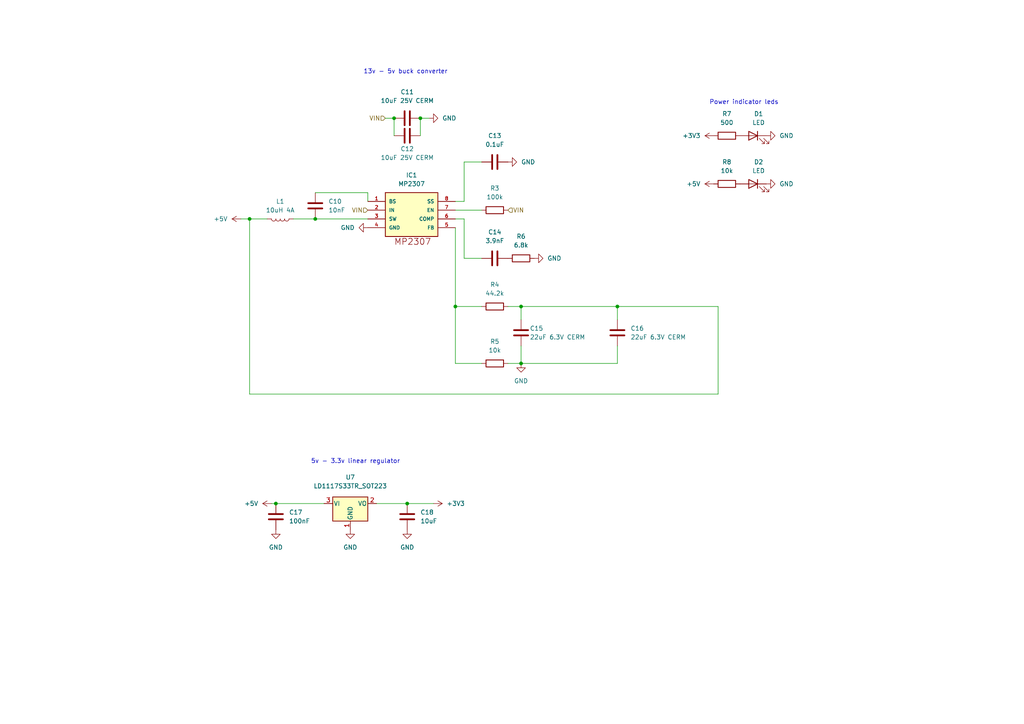
<source format=kicad_sch>
(kicad_sch (version 20211123) (generator eeschema)
  (paper "A4")
  (lib_symbols
    (symbol "Device:C" (pin_numbers hide) (pin_names (offset 0.254))
      (property "Reference" "C" (at 0.635 2.54 0))
      (property "Value" "C" (at 0.635 -2.54 0))
      (symbol "C_0_1"
        (polyline (pts (xy -2.032 -0.762) (xy 2.032 -0.762)) (stroke (width 0.508)))
        (polyline (pts (xy -2.032 0.762) (xy 2.032 0.762)) (stroke (width 0.508)))
      )
      (symbol "C_1_1"
        (pin passive line (at 0 3.81 270) (length 2.794) (name "~") (number "1"))
        (pin passive line (at 0 -3.81 90) (length 2.794) (name "~") (number "2"))
      )
    )
    (symbol "Device:L" (pin_numbers hide) (pin_names (offset 1.016) hide)
      (property "Reference" "L" (at -1.27 0 90))
      (property "Value" "L" (at 1.905 0 90))
      (symbol "L_0_1"
        (arc (start 0 -2.54) (mid 0.635 -1.905) (end 0 -1.27))
        (arc (start 0 -1.27) (mid 0.635 -0.635) (end 0 0))
        (arc (start 0 0) (mid 0.635 0.635) (end 0 1.27))
        (arc (start 0 1.27) (mid 0.635 1.905) (end 0 2.54))
      )
      (symbol "L_1_1"
        (pin passive line (at 0 3.81 270) (length 1.27) (name "1") (number "1"))
        (pin passive line (at 0 -3.81 90) (length 1.27) (name "2") (number "2"))
      )
    )
    (symbol "Device:LED" (pin_numbers hide) (pin_names (offset 1.016) hide)
      (property "Reference" "D" (at 0 2.54 0))
      (property "Value" "LED" (at 0 -2.54 0))
      (symbol "LED_0_1"
        (polyline (pts (xy -1.27 -1.27) (xy -1.27 1.27)) (stroke (width 0.254)))
        (polyline (pts (xy -1.27 0) (xy 1.27 0)))
        (polyline (pts (xy 1.27 -1.27) (xy 1.27 1.27) (xy -1.27 0) (xy 1.27 -1.27)) (stroke (width 0.254)))
        (polyline (pts (xy -3.048 -0.762) (xy -4.572 -2.286) (xy -3.81 -2.286) (xy -4.572 -2.286) (xy -4.572 -1.524)))
        (polyline (pts (xy -1.778 -0.762) (xy -3.302 -2.286) (xy -2.54 -2.286) (xy -3.302 -2.286) (xy -3.302 -1.524)))
      )
      (symbol "LED_1_1"
        (pin passive line (at -3.81 0 0) (length 2.54) (name "K") (number "1"))
        (pin passive line (at 3.81 0 180) (length 2.54) (name "A") (number "2"))
      )
    )
    (symbol "Device:R" (pin_numbers hide) (pin_names (offset 0))
      (property "Reference" "R" (at 2.032 0 90))
      (property "Value" "R" (at 0 0 90))
      (symbol "R_0_1"
        (rectangle (start -1.016 -2.54) (end 1.016 2.54) (stroke (width 0.254)))
      )
      (symbol "R_1_1"
        (pin passive line (at 0 3.81 270) (length 1.27) (name "~") (number "1"))
        (pin passive line (at 0 -3.81 90) (length 1.27) (name "~") (number "2"))
      )
    )
    (symbol "MP2307:MP2307" (pin_names (offset 1.016))
      (property "Reference" "IC" (at 0 0 0))
      (property "Value" "MP2307" (at -5.08 7.62 0))
      (symbol "MP2307_0_0"
        (rectangle (start -7.62 -5.08) (end 7.62 7.62) (stroke (width 0.254)) (fill (type background)))
        (text "MP2307" (at -5.08 -7.62 0) (effects (font (size 1.778 1.778)) (justify left bottom)))
        (pin bidirectional line (at -12.7 5.08 0) (length 5.08) (name "BS") (number "1"))
        (pin bidirectional line (at -12.7 2.54 0) (length 5.08) (name "IN") (number "2"))
        (pin bidirectional line (at -12.7 0 0) (length 5.08) (name "SW") (number "3"))
        (pin bidirectional line (at -12.7 -2.54 0) (length 5.08) (name "GND") (number "4"))
        (pin bidirectional line (at 12.7 -2.54 180) (length 5.08) (name "FB") (number "5"))
        (pin bidirectional line (at 12.7 0 180) (length 5.08) (name "COMP") (number "6"))
        (pin bidirectional line (at 12.7 2.54 180) (length 5.08) (name "EN") (number "7"))
        (pin bidirectional line (at 12.7 5.08 180) (length 5.08) (name "SS") (number "8"))
      )
    )
    (symbol "Regulator_Linear:LD1117S33TR_SOT223" (pin_names (offset 0.254))
      (property "Reference" "U" (at -3.81 3.175 0))
      (property "Value" "LD1117S33TR_SOT223" (at 0 3.175 0))
      (symbol "LD1117S33TR_SOT223_0_1"
        (rectangle (start -5.08 -5.08) (end 5.08 1.905) (stroke (width 0.254)) (fill (type background)))
      )
      (symbol "LD1117S33TR_SOT223_1_1"
        (pin power_in line (at 0 -7.62 90) (length 2.54) (name "GND") (number "1"))
        (pin power_out line (at 7.62 0 180) (length 2.54) (name "VO") (number "2"))
        (pin power_in line (at -7.62 0 0) (length 2.54) (name "VI") (number "3"))
      )
    )
    (symbol "power:+3V3" (power) (pin_names (offset 0))
      (property "Value" "+3V3" (at 0 3.556 0))
      (symbol "+3V3_0_1"
        (polyline (pts (xy -0.762 1.27) (xy 0 2.54)))
        (polyline (pts (xy 0 0) (xy 0 2.54)))
        (polyline (pts (xy 0 2.54) (xy 0.762 1.27)))
      )
      (symbol "+3V3_1_1"
        (pin power_in line (at 0 0 90) (length 0) hide (name "+3V3") (number "1"))
      )
    )
    (symbol "power:+5V" (power) (pin_names (offset 0))
      (property "Value" "+5V" (at 0 3.556 0))
      (symbol "+5V_0_1"
        (polyline (pts (xy -0.762 1.27) (xy 0 2.54)))
        (polyline (pts (xy 0 0) (xy 0 2.54)))
        (polyline (pts (xy 0 2.54) (xy 0.762 1.27)))
      )
      (symbol "+5V_1_1"
        (pin power_in line (at 0 0 90) (length 0) hide (name "+5V") (number "1"))
      )
    )
    (symbol "power:GND" (power) (pin_names (offset 0))
      (property "Value" "GND" (at 0 -3.81 0))
      (symbol "GND_0_1"
        (polyline (pts (xy 0 0) (xy 0 -1.27) (xy 1.27 -1.27) (xy 0 -2.54) (xy -1.27 -1.27) (xy 0 -1.27)))
      )
      (symbol "GND_1_1"
        (pin power_in line (at 0 0 270) (length 0) hide (name "GND") (number "1"))
      )
    )
  )
  (junction (at 132.08 88.9))
  (junction (at 80.01 146.05))
  (junction (at 114.3 34.29))
  (junction (at 121.92 34.29))
  (junction (at 179.07 88.9))
  (junction (at 91.44 63.5))
  (junction (at 151.13 105.41))
  (junction (at 72.39 63.5))
  (junction (at 151.13 88.9))
  (junction (at 118.11 146.05))
  (wire (pts (xy 91.44 63.5) (xy 106.68 63.5)))
  (wire (pts (xy 106.68 55.88) (xy 91.44 55.88)))
  (wire (pts (xy 179.07 100.33) (xy 179.07 105.41)))
  (wire (pts (xy 132.08 105.41) (xy 139.7 105.41)))
  (wire (pts (xy 208.28 114.3) (xy 208.28 88.9)))
  (wire (pts (xy 72.39 63.5) (xy 72.39 114.3)))
  (wire (pts (xy 121.92 34.29) (xy 121.92 39.37)))
  (wire (pts (xy 134.62 46.99) (xy 139.7 46.99)))
  (wire (pts (xy 151.13 92.71) (xy 151.13 88.9)))
  (wire (pts (xy 179.07 92.71) (xy 179.07 88.9)))
  (wire (pts (xy 72.39 63.5) (xy 77.47 63.5)))
  (wire (pts (xy 132.08 88.9) (xy 132.08 105.41)))
  (wire (pts (xy 106.68 58.42) (xy 106.68 55.88)))
  (wire (pts (xy 111.76 34.29) (xy 114.3 34.29)))
  (wire (pts (xy 132.08 58.42) (xy 134.62 58.42)))
  (wire (pts (xy 134.62 58.42) (xy 134.62 46.99)))
  (wire (pts (xy 151.13 100.33) (xy 151.13 105.41)))
  (wire (pts (xy 132.08 60.96) (xy 139.7 60.96)))
  (wire (pts (xy 151.13 88.9) (xy 179.07 88.9)))
  (wire (pts (xy 121.92 34.29) (xy 124.46 34.29)))
  (wire (pts (xy 132.08 88.9) (xy 139.7 88.9)))
  (wire (pts (xy 134.62 74.93) (xy 139.7 74.93)))
  (wire (pts (xy 72.39 114.3) (xy 208.28 114.3)))
  (wire (pts (xy 147.32 88.9) (xy 151.13 88.9)))
  (wire (pts (xy 69.85 63.5) (xy 72.39 63.5)))
  (wire (pts (xy 114.3 34.29) (xy 114.3 39.37)))
  (wire (pts (xy 109.22 146.05) (xy 118.11 146.05)))
  (wire (pts (xy 118.11 146.05) (xy 125.73 146.05)))
  (wire (pts (xy 132.08 63.5) (xy 134.62 63.5)))
  (wire (pts (xy 147.32 105.41) (xy 151.13 105.41)))
  (wire (pts (xy 85.09 63.5) (xy 91.44 63.5)))
  (wire (pts (xy 132.08 66.04) (xy 132.08 88.9)))
  (wire (pts (xy 134.62 63.5) (xy 134.62 74.93)))
  (wire (pts (xy 151.13 105.41) (xy 179.07 105.41)))
  (wire (pts (xy 78.74 146.05) (xy 80.01 146.05)))
  (wire (pts (xy 179.07 88.9) (xy 208.28 88.9)))
  (wire (pts (xy 80.01 146.05) (xy 93.98 146.05)))
  (text "13v - 5v buck converter" (at 105.41 21.59 0) (effects (font (size 1.27 1.27)) (justify left bottom)))
  (text "5v - 3.3v linear regulator" (at 90.17 134.62 0) (effects (font (size 1.27 1.27)) (justify left bottom)))
  (text "Power indicator leds" (at 205.74 30.48 0) (effects (font (size 1.27 1.27)) (justify left bottom)))
  (hierarchical_label "VIN" (shape input) (at 106.68 60.96 180))
  (hierarchical_label "VIN" (shape input) (at 111.76 34.29 180))
  (hierarchical_label "VIN" (shape input) (at 147.32 60.96 0))
  (symbol (lib_id "Device:C") (at 91.44 59.69 0) (unit 1)
    (property "Reference" "C10" (at 95.25 58.4199 0) (effects (justify left)))
    (property "Value" "10nF" (at 95.25 60.9599 0) (effects (justify left)))
    (property "Footprint" "Capacitor_SMD:C_0805_2012Metric" (effects hide))
  )
  (symbol (lib_id "Device:C") (at 118.11 34.29 270) (unit 1)
    (property "Reference" "C11" (at 118.11 26.67 90))
    (property "Value" "10uF 25V CERM" (at 118.11 29.21 90))
    (property "Footprint" "Capacitor_SMD:C_0805_2012Metric" (effects hide))
  )
  (symbol (lib_id "Device:LED") (at 218.44 53.34 0) (mirror y) (unit 1)
    (property "Reference" "D2" (at 220.0275 46.99 0))
    (property "Value" "LED" (at 220.0275 49.53 0))
    (property "Footprint" "LED_SMD:LED_0603_1608Metric" (effects hide))
  )
  (symbol (lib_id "Device:C") (at 118.11 149.86 0) (unit 1)
    (property "Reference" "C18" (at 121.92 148.5899 0) (effects (justify left)))
    (property "Value" "10uF" (at 121.92 151.1299 0) (effects (justify left)))
    (property "Footprint" "Capacitor_SMD:C_0805_2012Metric" (effects hide))
  )
  (symbol (lib_id "power:GND") (at 124.46 34.29 90) (unit 1)
    (property "Reference" "#PWR0136" (effects hide))
    (property "Value" "GND" (at 128.27 34.2899 90) (effects (justify right)))
  )
  (symbol (lib_id "power:GND") (at 118.11 153.67 0) (unit 1)
    (property "Reference" "#PWR0144" (effects hide))
    (property "Value" "GND" (at 118.11 158.75 0))
  )
  (symbol (lib_id "power:GND") (at 147.32 46.99 90) (unit 1)
    (property "Reference" "#PWR0137" (effects hide))
    (property "Value" "GND" (at 151.13 46.9899 90) (effects (justify right)))
  )
  (symbol (lib_id "Device:R") (at 210.82 53.34 270) (unit 1)
    (property "Reference" "R8" (at 210.82 46.99 90))
    (property "Value" "10k" (at 210.82 49.53 90))
    (property "Footprint" "Resistor_SMD:R_0805_2012Metric" (effects hide))
  )
  (symbol (lib_id "Device:L") (at 81.28 63.5 270) (unit 1)
    (property "Reference" "L1" (at 81.28 58.42 90))
    (property "Value" "10uH 4A" (at 81.28 60.96 90))
    (property "Footprint" "ASPI-0630LR-100M-T15:IND_ASPI-0630LR-100M-T15" (effects hide))
  )
  (symbol (lib_id "Device:R") (at 143.51 60.96 270) (unit 1)
    (property "Reference" "R3" (at 143.51 54.61 90))
    (property "Value" "100k" (at 143.51 57.15 90))
    (property "Footprint" "Resistor_SMD:R_0805_2012Metric" (effects hide))
  )
  (symbol (lib_id "Device:C") (at 151.13 96.52 0) (unit 1)
    (property "Reference" "C15" (at 153.67 95.25 0) (effects (justify left)))
    (property "Value" "22uF 6.3V CERM" (at 153.67 97.79 0) (effects (justify left)))
    (property "Footprint" "Capacitor_SMD:C_0805_2012Metric" (effects hide))
  )
  (symbol (lib_id "power:GND") (at 154.94 74.93 90) (unit 1)
    (property "Reference" "#PWR0138" (effects hide))
    (property "Value" "GND" (at 158.75 74.9299 90) (effects (justify right)))
  )
  (symbol (lib_id "Device:C") (at 80.01 149.86 0) (unit 1)
    (property "Reference" "C17" (at 83.82 148.5899 0) (effects (justify left)))
    (property "Value" "100nF" (at 83.82 151.1299 0) (effects (justify left)))
    (property "Footprint" "Capacitor_SMD:C_0805_2012Metric" (effects hide))
  )
  (symbol (lib_id "Device:R") (at 143.51 88.9 270) (unit 1)
    (property "Reference" "R4" (at 143.51 82.55 90))
    (property "Value" "44.2k" (at 143.51 85.09 90))
    (property "Footprint" "Resistor_SMD:R_0805_2012Metric" (effects hide))
  )
  (symbol (lib_id "power:+3V3") (at 207.01 39.37 90) (unit 1)
    (property "Reference" "#PWR0146" (effects hide))
    (property "Value" "+3V3" (at 203.2 39.3699 90) (effects (justify left)))
  )
  (symbol (lib_id "power:GND") (at 80.01 153.67 0) (unit 1)
    (property "Reference" "#PWR0141" (effects hide))
    (property "Value" "GND" (at 80.01 158.75 0))
  )
  (symbol (lib_id "Device:R") (at 143.51 105.41 270) (unit 1)
    (property "Reference" "R5" (at 143.51 99.06 90))
    (property "Value" "10k" (at 143.51 101.6 90))
    (property "Footprint" "Resistor_SMD:R_0805_2012Metric" (effects hide))
  )
  (symbol (lib_id "Regulator_Linear:LD1117S33TR_SOT223") (at 101.6 146.05 0) (unit 1)
    (property "Reference" "U7" (at 101.6 138.43 0))
    (property "Value" "LD1117S33TR_SOT223" (at 101.6 140.97 0))
    (property "Footprint" "Package_TO_SOT_SMD:SOT-223-3_TabPin2" (effects hide))
    (property "Datasheet" "http://www.st.com/st-web-ui/static/active/en/resource/technical/document/datasheet/CD00000544.pdf" (effects hide))
  )
  (symbol (lib_id "power:GND") (at 222.25 39.37 90) (unit 1)
    (property "Reference" "#PWR0149" (effects hide))
    (property "Value" "GND" (at 226.06 39.3699 90) (effects (justify right)))
  )
  (symbol (lib_id "power:GND") (at 106.68 66.04 270) (unit 1)
    (property "Reference" "#PWR0140" (effects hide))
    (property "Value" "GND" (at 102.87 66.0399 90) (effects (justify right)))
  )
  (symbol (lib_id "Device:C") (at 118.11 39.37 270) (unit 1)
    (property "Reference" "C12" (at 118.11 43.18 90))
    (property "Value" "10uF 25V CERM" (at 118.11 45.72 90))
    (property "Footprint" "Capacitor_SMD:C_0805_2012Metric" (effects hide))
  )
  (symbol (lib_id "Device:C") (at 143.51 74.93 270) (unit 1)
    (property "Reference" "C14" (at 143.51 67.31 90))
    (property "Value" "3.9nF" (at 143.51 69.85 90))
    (property "Footprint" "Capacitor_SMD:C_0805_2012Metric" (effects hide))
  )
  (symbol (lib_id "Device:R") (at 151.13 74.93 270) (unit 1)
    (property "Reference" "R6" (at 151.13 68.58 90))
    (property "Value" "6.8k" (at 151.13 71.12 90))
    (property "Footprint" "Resistor_SMD:R_0805_2012Metric" (effects hide))
  )
  (symbol (lib_id "Device:C") (at 179.07 96.52 0) (unit 1)
    (property "Reference" "C16" (at 182.88 95.2499 0) (effects (justify left)))
    (property "Value" "22uF 6.3V CERM" (at 182.88 97.7899 0) (effects (justify left)))
    (property "Footprint" "Capacitor_SMD:C_0805_2012Metric" (effects hide))
  )
  (symbol (lib_id "Device:C") (at 143.51 46.99 270) (unit 1)
    (property "Reference" "C13" (at 143.51 39.37 90))
    (property "Value" "0.1uF" (at 143.51 41.91 90))
    (property "Footprint" "Capacitor_SMD:C_0805_2012Metric" (effects hide))
  )
  (symbol (lib_id "power:GND") (at 222.25 53.34 90) (unit 1)
    (property "Reference" "#PWR0148" (effects hide))
    (property "Value" "GND" (at 226.06 53.3399 90) (effects (justify right)))
  )
  (symbol (lib_id "MP2307:MP2307") (at 119.38 63.5 0) (unit 1)
    (property "Reference" "IC1" (at 119.38 50.8 0))
    (property "Value" "MP2307" (at 119.38 53.34 0))
    (property "Footprint" "MP2307:SO8-TH" (effects hide))
  )
  (symbol (lib_id "power:GND") (at 151.13 105.41 0) (unit 1)
    (property "Reference" "#PWR0135" (effects hide))
    (property "Value" "GND" (at 151.13 110.49 0))
  )
  (symbol (lib_id "Device:R") (at 210.82 39.37 270) (unit 1)
    (property "Reference" "R7" (at 210.82 33.02 90))
    (property "Value" "500" (at 210.82 35.56 90))
    (property "Footprint" "Resistor_SMD:R_0805_2012Metric" (effects hide))
  )
  (symbol (lib_id "power:+5V") (at 78.74 146.05 90) (unit 1)
    (property "Reference" "#PWR0142" (effects hide))
    (property "Value" "+5V" (at 74.93 146.0499 90) (effects (justify left)))
  )
  (symbol (lib_id "power:GND") (at 101.6 153.67 0) (unit 1)
    (property "Reference" "#PWR0143" (effects hide))
    (property "Value" "GND" (at 101.6 158.75 0))
  )
  (symbol (lib_id "power:+5V") (at 207.01 53.34 90) (unit 1)
    (property "Reference" "#PWR0147" (effects hide))
    (property "Value" "+5V" (at 203.2 53.3399 90) (effects (justify left)))
  )
  (symbol (lib_id "power:+3V3") (at 125.73 146.05 270) (unit 1)
    (property "Reference" "#PWR0145" (effects hide))
    (property "Value" "+3V3" (at 129.54 146.0499 90) (effects (justify left)))
  )
  (symbol (lib_id "Device:LED") (at 218.44 39.37 0) (mirror y) (unit 1)
    (property "Reference" "D1" (at 220.0275 33.02 0))
    (property "Value" "LED" (at 220.0275 35.56 0))
    (property "Footprint" "LED_SMD:LED_0603_1608Metric" (effects hide))
  )
  (symbol (lib_id "power:+5V") (at 69.85 63.5 90) (mirror x) (unit 1)
    (property "Reference" "#PWR0139" (effects hide))
    (property "Value" "+5V" (at 66.04 63.4999 90) (effects (justify left)))
  )
)
</source>
